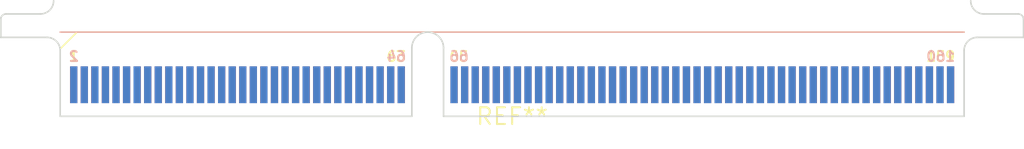
<source format=kicad_pcb>
(kicad_pcb (version 20240108) (generator pcbnew)
  (layers (0 "F.Cu" signal) (31 "B.Cu" signal) (34 "B.Paste" user) (35 "F.Paste" user) (36 "B.SilkS" user "B.Silkscreen") (37 "F.SilkS" user "F.Silkscreen") (38 "B.Mask" user) (39 "F.Mask" user) (44 "Edge.Cuts" user))
  (net 0 "")
  (footprint "Samtec_HSEC8-180-X-X-DV-BL_2x80_P0.8mm_Edge" (layer "F.Cu") (at 0 0)
    (property "Reference" "REF**")
    (property "Value" "Samtec_HSEC8-180-X-X-DV-BL_2x80_P0.8mm_Edge")
    (fp_line (start -34.225 -6.4) (end -34.225 -6.4) (layer "B.SilkS") (stroke (width 0.12)))
    (fp_line (start -34.225 -6.4) (end 34.225 -6.4) (layer "B.SilkS") (stroke (width 0.12)))
    (fp_line (start -34.225 -5.13) (end -32.955 -6.4) (layer "F.SilkS") (stroke (width 0.12)))
    (fp_line (start -32.955 -6.4) (end 34.225 -6.4) (layer "F.SilkS") (stroke (width 0.12)))
    (fp_line (start -38.725 -6) (end -38.725 -7.38) (layer "Edge.Cuts") (stroke (width 0.12)))
    (fp_line (start -38.325 -7.78) (end -35.725 -7.78) (layer "Edge.Cuts") (stroke (width 0.12)))
    (fp_line (start -35.225 -6) (end -38.725 -6) (layer "Edge.Cuts") (stroke (width 0.12)))
    (fp_line (start -34.225 -5) (end -34.225 0) (layer "Edge.Cuts") (stroke (width 0.12)))
    (fp_line (start -34.225 0) (end -7.595 0) (layer "Edge.Cuts") (stroke (width 0.12)))
    (fp_line (start -7.595 0) (end -7.595 -5.2) (layer "Edge.Cuts") (stroke (width 0.12)))
    (fp_line (start -5.195 -5.2) (end -5.195 0) (layer "Edge.Cuts") (stroke (width 0.12)))
    (fp_line (start -5.195 0) (end 34.225 0) (layer "Edge.Cuts") (stroke (width 0.12)))
    (fp_line (start 34.225 0) (end 34.225 -5) (layer "Edge.Cuts") (stroke (width 0.12)))
    (fp_line (start 35.225 -6) (end 38.725 -6) (layer "Edge.Cuts") (stroke (width 0.12)))
    (fp_line (start 38.325 -7.78) (end 35.725 -7.78) (layer "Edge.Cuts") (stroke (width 0.12)))
    (fp_line (start 38.725 -6) (end 38.725 -7.38) (layer "Edge.Cuts") (stroke (width 0.12)))
    (fp_arc (start -38.725 -7.38) (mid -38.607843 -7.662843) (end -38.325 -7.78) (layer "Edge.Cuts") (stroke (width 0.12)))
    (fp_arc (start -35.225 -6) (mid -34.517893 -5.707107) (end -34.225 -5) (layer "Edge.Cuts") (stroke (width 0.12)))
    (fp_arc (start -34.725 -8.78) (mid -35.017893 -8.072893) (end -35.725 -7.78) (layer "Edge.Cuts") (stroke (width 0.12)))
    (fp_arc (start -7.595 -5.2) (mid -6.395 -6.4) (end -5.195 -5.2) (layer "Edge.Cuts") (stroke (width 0.12)))
    (fp_arc (start 34.225 -5) (mid 34.517893 -5.707107) (end 35.225 -6) (layer "Edge.Cuts") (stroke (width 0.12)))
    (fp_arc (start 35.725 -7.78) (mid 35.017893 -8.072893) (end 34.725 -8.78) (layer "Edge.Cuts") (stroke (width 0.12)))
    (fp_arc (start 38.325 -7.78) (mid 38.607843 -7.662843) (end 38.725 -7.38) (layer "Edge.Cuts") (stroke (width 0.12)))
    (fp_text user "66" (at -4.025 -4.55 0) (layer "B.SilkS") (effects (font (size 0.75 0.75)) (justify mirror)))
    (fp_text user "160" (at 32.45 -4.55 0) (layer "B.SilkS") (effects (font (size 0.75 0.75)) (justify mirror)))
    (fp_text user "64" (at -8.775 -4.55 0) (layer "B.SilkS") (effects (font (size 0.75 0.75)) (justify mirror)))
    (fp_text user "2" (at -33.2 -4.55 0) (layer "B.SilkS") (effects (font (size 0.75 0.75)) (justify mirror)))
    (fp_text user "159" (at 32.45 -4.55 0) (layer "F.SilkS") (effects (font (size 0.75 0.75))))
    (fp_text user "65" (at -4.025 -4.55 0) (layer "F.SilkS") (effects (font (size 0.75 0.75))))
    (fp_text user "63" (at -8.775 -4.55 0) (layer "F.SilkS") (effects (font (size 0.75 0.75))))
    (fp_text user "1" (at -33.2 -4.55 0) (layer "F.SilkS") (effects (font (size 0.75 0.75))))
    (pad "1" connect rect (at -33.2 -2.4) (size 0.55 2.8) (layers "F.Cu" "F.Mask"))
    (pad "2" connect rect (at -33.2 -2.4) (size 0.55 2.8) (layers "B.Cu" "B.Mask"))
    (pad "3" connect rect (at -32.4 -2.4) (size 0.55 2.8) (layers "F.Cu" "F.Mask"))
    (pad "4" connect rect (at -32.4 -2.4) (size 0.55 2.8) (layers "B.Cu" "B.Mask"))
    (pad "5" connect rect (at -31.6 -2.4) (size 0.55 2.8) (layers "F.Cu" "F.Mask"))
    (pad "6" connect rect (at -31.6 -2.4) (size 0.55 2.8) (layers "B.Cu" "B.Mask"))
    (pad "7" connect rect (at -30.8 -2.4) (size 0.55 2.8) (layers "F.Cu" "F.Mask"))
    (pad "8" connect rect (at -30.8 -2.4) (size 0.55 2.8) (layers "B.Cu" "B.Mask"))
    (pad "9" connect rect (at -30 -2.4) (size 0.55 2.8) (layers "F.Cu" "F.Mask"))
    (pad "10" connect rect (at -30 -2.4) (size 0.55 2.8) (layers "B.Cu" "B.Mask"))
    (pad "11" connect rect (at -29.2 -2.4) (size 0.55 2.8) (layers "F.Cu" "F.Mask"))
    (pad "12" connect rect (at -29.2 -2.4) (size 0.55 2.8) (layers "B.Cu" "B.Mask"))
    (pad "13" connect rect (at -28.4 -2.4) (size 0.55 2.8) (layers "F.Cu" "F.Mask"))
    (pad "14" connect rect (at -28.4 -2.4) (size 0.55 2.8) (layers "B.Cu" "B.Mask"))
    (pad "15" connect rect (at -27.6 -2.4) (size 0.55 2.8) (layers "F.Cu" "F.Mask"))
    (pad "16" connect rect (at -27.6 -2.4) (size 0.55 2.8) (layers "B.Cu" "B.Mask"))
    (pad "17" connect rect (at -26.8 -2.4) (size 0.55 2.8) (layers "F.Cu" "F.Mask"))
    (pad "18" connect rect (at -26.8 -2.4) (size 0.55 2.8) (layers "B.Cu" "B.Mask"))
    (pad "19" connect rect (at -26 -2.4) (size 0.55 2.8) (layers "F.Cu" "F.Mask"))
    (pad "20" connect rect (at -26 -2.4) (size 0.55 2.8) (layers "B.Cu" "B.Mask"))
    (pad "21" connect rect (at -25.2 -2.4) (size 0.55 2.8) (layers "F.Cu" "F.Mask"))
    (pad "22" connect rect (at -25.2 -2.4) (size 0.55 2.8) (layers "B.Cu" "B.Mask"))
    (pad "23" connect rect (at -24.4 -2.4) (size 0.55 2.8) (layers "F.Cu" "F.Mask"))
    (pad "24" connect rect (at -24.4 -2.4) (size 0.55 2.8) (layers "B.Cu" "B.Mask"))
    (pad "25" connect rect (at -23.6 -2.4) (size 0.55 2.8) (layers "F.Cu" "F.Mask"))
    (pad "26" connect rect (at -23.6 -2.4) (size 0.55 2.8) (layers "B.Cu" "B.Mask"))
    (pad "27" connect rect (at -22.8 -2.4) (size 0.55 2.8) (layers "F.Cu" "F.Mask"))
    (pad "28" connect rect (at -22.8 -2.4) (size 0.55 2.8) (layers "B.Cu" "B.Mask"))
    (pad "29" connect rect (at -22 -2.4) (size 0.55 2.8) (layers "F.Cu" "F.Mask"))
    (pad "30" connect rect (at -22 -2.4) (size 0.55 2.8) (layers "B.Cu" "B.Mask"))
    (pad "31" connect rect (at -21.2 -2.4) (size 0.55 2.8) (layers "F.Cu" "F.Mask"))
    (pad "32" connect rect (at -21.2 -2.4) (size 0.55 2.8) (layers "B.Cu" "B.Mask"))
    (pad "33" connect rect (at -20.4 -2.4) (size 0.55 2.8) (layers "F.Cu" "F.Mask"))
    (pad "34" connect rect (at -20.4 -2.4) (size 0.55 2.8) (layers "B.Cu" "B.Mask"))
    (pad "35" connect rect (at -19.6 -2.4) (size 0.55 2.8) (layers "F.Cu" "F.Mask"))
    (pad "36" connect rect (at -19.6 -2.4) (size 0.55 2.8) (layers "B.Cu" "B.Mask"))
    (pad "37" connect rect (at -18.8 -2.4) (size 0.55 2.8) (layers "F.Cu" "F.Mask"))
    (pad "38" connect rect (at -18.8 -2.4) (size 0.55 2.8) (layers "B.Cu" "B.Mask"))
    (pad "39" connect rect (at -18 -2.4) (size 0.55 2.8) (layers "F.Cu" "F.Mask"))
    (pad "40" connect rect (at -18 -2.4) (size 0.55 2.8) (layers "B.Cu" "B.Mask"))
    (pad "41" connect rect (at -17.2 -2.4) (size 0.55 2.8) (layers "F.Cu" "F.Mask"))
    (pad "42" connect rect (at -17.2 -2.4) (size 0.55 2.8) (layers "B.Cu" "B.Mask"))
    (pad "43" connect rect (at -16.4 -2.4) (size 0.55 2.8) (layers "F.Cu" "F.Mask"))
    (pad "44" connect rect (at -16.4 -2.4) (size 0.55 2.8) (layers "B.Cu" "B.Mask"))
    (pad "45" connect rect (at -15.6 -2.4) (size 0.55 2.8) (layers "F.Cu" "F.Mask"))
    (pad "46" connect rect (at -15.6 -2.4) (size 0.55 2.8) (layers "B.Cu" "B.Mask"))
    (pad "47" connect rect (at -14.8 -2.4) (size 0.55 2.8) (layers "F.Cu" "F.Mask"))
    (pad "48" connect rect (at -14.8 -2.4) (size 0.55 2.8) (layers "B.Cu" "B.Mask"))
    (pad "49" connect rect (at -14 -2.4) (size 0.55 2.8) (layers "F.Cu" "F.Mask"))
    (pad "50" connect rect (at -14 -2.4) (size 0.55 2.8) (layers "B.Cu" "B.Mask"))
    (pad "51" connect rect (at -13.2 -2.4) (size 0.55 2.8) (layers "F.Cu" "F.Mask"))
    (pad "52" connect rect (at -13.2 -2.4) (size 0.55 2.8) (layers "B.Cu" "B.Mask"))
    (pad "53" connect rect (at -12.4 -2.4) (size 0.55 2.8) (layers "F.Cu" "F.Mask"))
    (pad "54" connect rect (at -12.4 -2.4) (size 0.55 2.8) (layers "B.Cu" "B.Mask"))
    (pad "55" connect rect (at -11.6 -2.4) (size 0.55 2.8) (layers "F.Cu" "F.Mask"))
    (pad "56" connect rect (at -11.6 -2.4) (size 0.55 2.8) (layers "B.Cu" "B.Mask"))
    (pad "57" connect rect (at -10.8 -2.4) (size 0.55 2.8) (layers "F.Cu" "F.Mask"))
    (pad "58" connect rect (at -10.8 -2.4) (size 0.55 2.8) (layers "B.Cu" "B.Mask"))
    (pad "59" connect rect (at -10 -2.4) (size 0.55 2.8) (layers "F.Cu" "F.Mask"))
    (pad "60" connect rect (at -10 -2.4) (size 0.55 2.8) (layers "B.Cu" "B.Mask"))
    (pad "61" connect rect (at -9.2 -2.4) (size 0.55 2.8) (layers "F.Cu" "F.Mask"))
    (pad "62" connect rect (at -9.2 -2.4) (size 0.55 2.8) (layers "B.Cu" "B.Mask"))
    (pad "63" connect rect (at -8.4 -2.4) (size 0.55 2.8) (layers "F.Cu" "F.Mask"))
    (pad "64" connect rect (at -8.4 -2.4) (size 0.55 2.8) (layers "B.Cu" "B.Mask"))
    (pad "65" connect rect (at -4.4 -2.4) (size 0.55 2.8) (layers "F.Cu" "F.Mask"))
    (pad "66" connect rect (at -4.4 -2.4) (size 0.55 2.8) (layers "B.Cu" "B.Mask"))
    (pad "67" connect rect (at -3.6 -2.4) (size 0.55 2.8) (layers "F.Cu" "F.Mask"))
    (pad "68" connect rect (at -3.6 -2.4) (size 0.55 2.8) (layers "B.Cu" "B.Mask"))
    (pad "69" connect rect (at -2.8 -2.4) (size 0.55 2.8) (layers "F.Cu" "F.Mask"))
    (pad "70" connect rect (at -2.8 -2.4) (size 0.55 2.8) (layers "B.Cu" "B.Mask"))
    (pad "71" connect rect (at -2 -2.4) (size 0.55 2.8) (layers "F.Cu" "F.Mask"))
    (pad "72" connect rect (at -2 -2.4) (size 0.55 2.8) (layers "B.Cu" "B.Mask"))
    (pad "73" connect rect (at -1.2 -2.4) (size 0.55 2.8) (layers "F.Cu" "F.Mask"))
    (pad "74" connect rect (at -1.2 -2.4) (size 0.55 2.8) (layers "B.Cu" "B.Mask"))
    (pad "75" connect rect (at -0.4 -2.4) (size 0.55 2.8) (layers "F.Cu" "F.Mask"))
    (pad "76" connect rect (at -0.4 -2.4) (size 0.55 2.8) (layers "B.Cu" "B.Mask"))
    (pad "77" connect rect (at 0.4 -2.4) (size 0.55 2.8) (layers "F.Cu" "F.Mask"))
    (pad "78" connect rect (at 0.4 -2.4) (size 0.55 2.8) (layers "B.Cu" "B.Mask"))
    (pad "79" connect rect (at 1.2 -2.4) (size 0.55 2.8) (layers "F.Cu" "F.Mask"))
    (pad "80" connect rect (at 1.2 -2.4) (size 0.55 2.8) (layers "B.Cu" "B.Mask"))
    (pad "81" connect rect (at 2 -2.4) (size 0.55 2.8) (layers "F.Cu" "F.Mask"))
    (pad "82" connect rect (at 2 -2.4) (size 0.55 2.8) (layers "B.Cu" "B.Mask"))
    (pad "83" connect rect (at 2.8 -2.4) (size 0.55 2.8) (layers "F.Cu" "F.Mask"))
    (pad "84" connect rect (at 2.8 -2.4) (size 0.55 2.8) (layers "B.Cu" "B.Mask"))
    (pad "85" connect rect (at 3.6 -2.4) (size 0.55 2.8) (layers "F.Cu" "F.Mask"))
    (pad "86" connect rect (at 3.6 -2.4) (size 0.55 2.8) (layers "B.Cu" "B.Mask"))
    (pad "87" connect rect (at 4.4 -2.4) (size 0.55 2.8) (layers "F.Cu" "F.Mask"))
    (pad "88" connect rect (at 4.4 -2.4) (size 0.55 2.8) (layers "B.Cu" "B.Mask"))
    (pad "89" connect rect (at 5.2 -2.4) (size 0.55 2.8) (layers "F.Cu" "F.Mask"))
    (pad "90" connect rect (at 5.2 -2.4) (size 0.55 2.8) (layers "B.Cu" "B.Mask"))
    (pad "91" connect rect (at 6 -2.4) (size 0.55 2.8) (layers "F.Cu" "F.Mask"))
    (pad "92" connect rect (at 6 -2.4) (size 0.55 2.8) (layers "B.Cu" "B.Mask"))
    (pad "93" connect rect (at 6.8 -2.4) (size 0.55 2.8) (layers "F.Cu" "F.Mask"))
    (pad "94" connect rect (at 6.8 -2.4) (size 0.55 2.8) (layers "B.Cu" "B.Mask"))
    (pad "95" connect rect (at 7.6 -2.4) (size 0.55 2.8) (layers "F.Cu" "F.Mask"))
    (pad "96" connect rect (at 7.6 -2.4) (size 0.55 2.8) (layers "B.Cu" "B.Mask"))
    (pad "97" connect rect (at 8.4 -2.4) (size 0.55 2.8) (layers "F.Cu" "F.Mask"))
    (pad "98" connect rect (at 8.4 -2.4) (size 0.55 2.8) (layers "B.Cu" "B.Mask"))
    (pad "99" connect rect (at 9.2 -2.4) (size 0.55 2.8) (layers "F.Cu" "F.Mask"))
    (pad "100" connect rect (at 9.2 -2.4) (size 0.55 2.8) (layers "B.Cu" "B.Mask"))
    (pad "101" connect rect (at 10 -2.4) (size 0.55 2.8) (layers "F.Cu" "F.Mask"))
    (pad "102" connect rect (at 10 -2.4) (size 0.55 2.8) (layers "B.Cu" "B.Mask"))
    (pad "103" connect rect (at 10.8 -2.4) (size 0.55 2.8) (layers "F.Cu" "F.Mask"))
    (pad "104" connect rect (at 10.8 -2.4) (size 0.55 2.8) (layers "B.Cu" "B.Mask"))
    (pad "105" connect rect (at 11.6 -2.4) (size 0.55 2.8) (layers "F.Cu" "F.Mask"))
    (pad "106" connect rect (at 11.6 -2.4) (size 0.55 2.8) (layers "B.Cu" "B.Mask"))
    (pad "107" connect rect (at 12.4 -2.4) (size 0.55 2.8) (layers "F.Cu" "F.Mask"))
    (pad "108" connect rect (at 12.4 -2.4) (size 0.55 2.8) (layers "B.Cu" "B.Mask"))
    (pad "109" connect rect (at 13.2 -2.4) (size 0.55 2.8) (layers "F.Cu" "F.Mask"))
    (pad "110" connect rect (at 13.2 -2.4) (size 0.55 2.8) (layers "B.Cu" "B.Mask"))
    (pad "111" connect rect (at 14 -2.4) (size 0.55 2.8) (layers "F.Cu" "F.Mask"))
    (pad "112" connect rect (at 14 -2.4) (size 0.55 2.8) (layers "B.Cu" "B.Mask"))
    (pad "113" connect rect (at 14.8 -2.4) (size 0.55 2.8) (layers "F.Cu" "F.Mask"))
    (pad "114" connect rect (at 14.8 -2.4) (size 0.55 2.8) (layers "B.Cu" "B.Mask"))
    (pad "115" connect rect (at 15.6 -2.4) (size 0.55 2.8) (layers "F.Cu" "F.Mask"))
    (pad "116" connect rect (at 15.6 -2.4) (size 0.55 2.8) (layers "B.Cu" "B.Mask"))
    (pad "117" connect rect (at 16.4 -2.4) (size 0.55 2.8) (layers "F.Cu" "F.Mask"))
    (pad "118" connect rect (at 16.4 -2.4) (size 0.55 2.8) (layers "B.Cu" "B.Mask"))
    (pad "119" connect rect (at 17.2 -2.4) (size 0.55 2.8) (layers "F.Cu" "F.Mask"))
    (pad "120" connect rect (at 17.2 -2.4) (size 0.55 2.8) (layers "B.Cu" "B.Mask"))
    (pad "121" connect rect (at 18 -2.4) (size 0.55 2.8) (layers "F.Cu" "F.Mask"))
    (pad "122" connect rect (at 18 -2.4) (size 0.55 2.8) (layers "B.Cu" "B.Mask"))
    (pad "123" connect rect (at 18.8 -2.4) (size 0.55 2.8) (layers "F.Cu" "F.Mask"))
    (pad "124" connect rect (at 18.8 -2.4) (size 0.55 2.8) (layers "B.Cu" "B.Mask"))
    (pad "125" connect rect (at 19.6 -2.4) (size 0.55 2.8) (layers "F.Cu" "F.Mask"))
    (pad "126" connect rect (at 19.6 -2.4) (size 0.55 2.8) (layers "B.Cu" "B.Mask"))
    (pad "127" connect rect (at 20.4 -2.4) (size 0.55 2.8) (layers "F.Cu" "F.Mask"))
    (pad "128" connect rect (at 20.4 -2.4) (size 0.55 2.8) (layers "B.Cu" "B.Mask"))
    (pad "129" connect rect (at 21.2 -2.4) (size 0.55 2.8) (layers "F.Cu" "F.Mask"))
    (pad "130" connect rect (at 21.2 -2.4) (size 0.55 2.8) (layers "B.Cu" "B.Mask"))
    (pad "131" connect rect (at 22 -2.4) (size 0.55 2.8) (layers "F.Cu" "F.Mask"))
    (pad "132" connect rect (at 22 -2.4) (size 0.55 2.8) (layers "B.Cu" "B.Mask"))
    (pad "133" connect rect (at 22.8 -2.4) (size 0.55 2.8) (layers "F.Cu" "F.Mask"))
    (pad "134" connect rect (at 22.8 -2.4) (size 0.55 2.8) (layers "B.Cu" "B.Mask"))
    (pad "135" connect rect (at 23.6 -2.4) (size 0.55 2.8) (layers "F.Cu" "F.Mask"))
    (pad "136" connect rect (at 23.6 -2.4) (size 0.55 2.8) (layers "B.Cu" "B.Mask"))
    (pad "137" connect rect (at 24.4 -2.4) (size 0.55 2.8) (layers "F.Cu" "F.Mask"))
    (pad "138" connect rect (at 24.4 -2.4) (size 0.55 2.8) (layers "B.Cu" "B.Mask"))
    (pad "139" connect rect (at 25.2 -2.4) (size 0.55 2.8) (layers "F.Cu" "F.Mask"))
    (pad "140" connect rect (at 25.2 -2.4) (size 0.55 2.8) (layers "B.Cu" "B.Mask"))
    (pad "141" connect rect (at 26 -2.4) (size 0.55 2.8) (layers "F.Cu" "F.Mask"))
    (pad "142" connect rect (at 26 -2.4) (size 0.55 2.8) (layers "B.Cu" "B.Mask"))
    (pad "143" connect rect (at 26.8 -2.4) (size 0.55 2.8) (layers "F.Cu" "F.Mask"))
    (pad "144" connect rect (at 26.8 -2.4) (size 0.55 2.8) (layers "B.Cu" "B.Mask"))
    (pad "145" connect rect (at 27.6 -2.4) (size 0.55 2.8) (layers "F.Cu" "F.Mask"))
    (pad "146" connect rect (at 27.6 -2.4) (size 0.55 2.8) (layers "B.Cu" "B.Mask"))
    (pad "147" connect rect (at 28.4 -2.4) (size 0.55 2.8) (layers "F.Cu" "F.Mask"))
    (pad "148" connect rect (at 28.4 -2.4) (size 0.55 2.8) (layers "B.Cu" "B.Mask"))
    (pad "149" connect rect (at 29.2 -2.4) (size 0.55 2.8) (layers "F.Cu" "F.Mask"))
    (pad "150" connect rect (at 29.2 -2.4) (size 0.55 2.8) (layers "B.Cu" "B.Mask"))
    (pad "151" connect rect (at 30 -2.4) (size 0.55 2.8) (layers "F.Cu" "F.Mask"))
    (pad "152" connect rect (at 30 -2.4) (size 0.55 2.8) (layers "B.Cu" "B.Mask"))
    (pad "153" connect rect (at 30.8 -2.4) (size 0.55 2.8) (layers "F.Cu" "F.Mask"))
    (pad "154" connect rect (at 30.8 -2.4) (size 0.55 2.8) (layers "B.Cu" "B.Mask"))
    (pad "155" connect rect (at 31.6 -2.4) (size 0.55 2.8) (layers "F.Cu" "F.Mask"))
    (pad "156" connect rect (at 31.6 -2.4) (size 0.55 2.8) (layers "B.Cu" "B.Mask"))
    (pad "157" connect rect (at 32.4 -2.4) (size 0.55 2.8) (layers "F.Cu" "F.Mask"))
    (pad "158" connect rect (at 32.4 -2.4) (size 0.55 2.8) (layers "B.Cu" "B.Mask"))
    (pad "159" connect rect (at 33.2 -2.4) (size 0.55 2.8) (layers "F.Cu" "F.Mask"))
    (pad "160" connect rect (at 33.2 -2.4) (size 0.55 2.8) (layers "B.Cu" "B.Mask"))
  )
)
</source>
